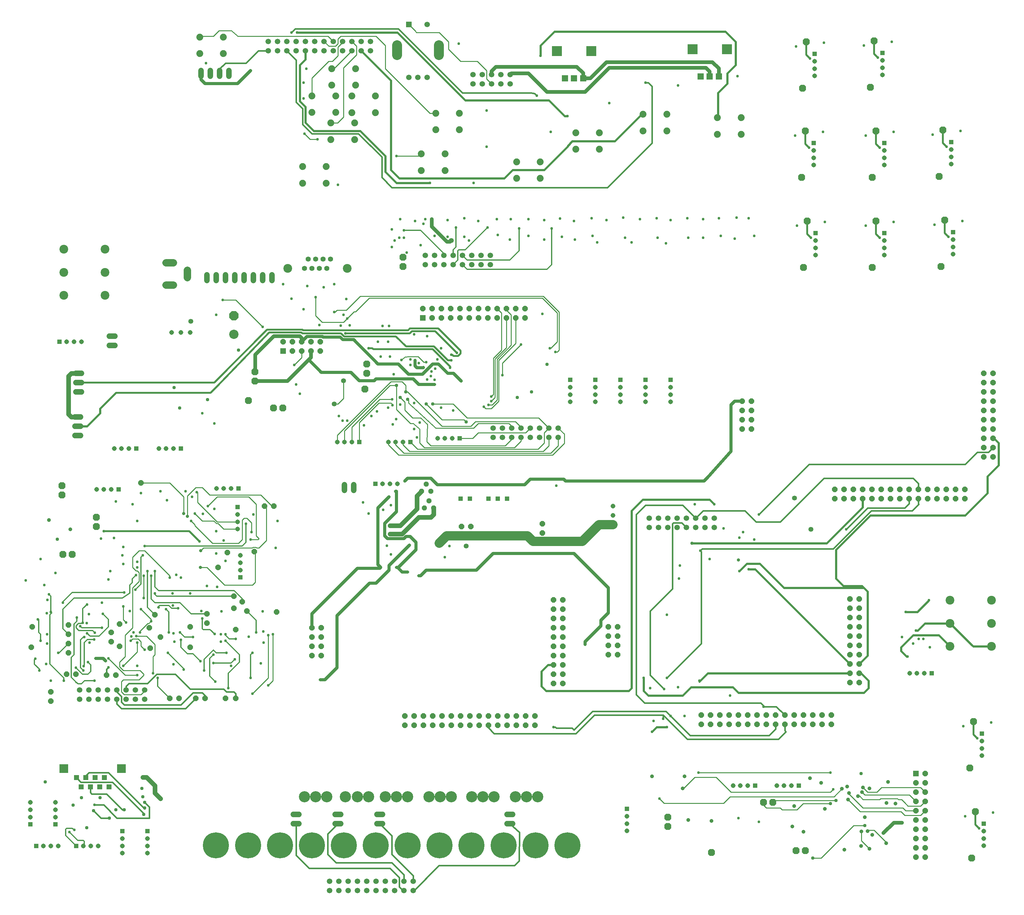
<source format=gbr>
G04 EAGLE Gerber RS-274X export*
G75*
%MOMM*%
%FSLAX34Y34*%
%LPD*%
%INBottom Copper*%
%IPPOS*%
%AMOC8*
5,1,8,0,0,1.08239X$1,22.5*%
G01*
%ADD10P,2.089446X8X202.500000*%
%ADD11P,2.089446X8X22.500000*%
%ADD12R,2.781300X2.781300*%
%ADD13R,1.800000X1.800000*%
%ADD14P,1.649562X8X112.500000*%
%ADD15P,1.649562X8X22.500000*%
%ADD16C,2.400000*%
%ADD17C,1.879600*%
%ADD18R,1.308000X1.308000*%
%ADD19C,1.308000*%
%ADD20P,1.429621X8X22.500000*%
%ADD21C,1.524000*%
%ADD22R,1.397000X1.397000*%
%ADD23R,2.476500X2.476500*%
%ADD24P,1.649562X8X202.500000*%
%ADD25C,1.508000*%
%ADD26C,1.422400*%
%ADD27R,1.508000X1.508000*%
%ADD28C,2.700000*%
%ADD29R,1.524000X1.524000*%
%ADD30C,2.000000*%
%ADD31C,2.540000*%
%ADD32P,2.749271X8X112.500000*%
%ADD33P,1.649562X8X292.500000*%
%ADD34C,0.756400*%
%ADD35C,0.956400*%
%ADD36C,1.056400*%
%ADD37C,0.304800*%
%ADD38C,0.254000*%
%ADD39C,0.508000*%
%ADD40C,1.350000*%
%ADD41C,1.016000*%
%ADD42C,7.112000*%
%ADD43C,1.270000*%
%ADD44C,0.406400*%
%ADD45C,0.609600*%
%ADD46C,0.906400*%
%ADD47C,0.812800*%
%ADD48C,2.540000*%
%ADD49C,0.152400*%
%ADD50C,3.048000*%


D10*
X236220Y1018540D03*
D11*
X236220Y1043940D03*
D12*
X1494955Y2319020D03*
X1588605Y2319020D03*
D13*
X1516780Y2244020D03*
X1541780Y2244020D03*
X1566780Y2244020D03*
D12*
X1865795Y2324100D03*
X1959445Y2324100D03*
D13*
X1887620Y2249100D03*
X1912620Y2249100D03*
X1937620Y2249100D03*
D14*
X850900Y665480D03*
X825500Y665480D03*
X850900Y690880D03*
X825500Y690880D03*
X850900Y716280D03*
X825500Y716280D03*
X850900Y741680D03*
X825500Y741680D03*
X1661160Y668020D03*
X1635760Y668020D03*
X1661160Y693420D03*
X1635760Y693420D03*
X1661160Y718820D03*
X1635760Y718820D03*
X1661160Y744220D03*
X1635760Y744220D03*
X2026920Y1285240D03*
X2001520Y1285240D03*
X2026920Y1310640D03*
X2001520Y1310640D03*
X2026920Y1336040D03*
X2001520Y1336040D03*
X2026920Y1361440D03*
X2001520Y1361440D03*
X1511300Y589280D03*
X1485900Y589280D03*
X1511300Y614680D03*
X1485900Y614680D03*
X1511300Y640080D03*
X1485900Y640080D03*
X1511300Y665480D03*
X1485900Y665480D03*
X1511300Y690880D03*
X1485900Y690880D03*
X1511300Y716280D03*
X1485900Y716280D03*
X1511300Y741680D03*
X1485900Y741680D03*
X1511300Y767080D03*
X1485900Y767080D03*
X1511300Y792480D03*
X1485900Y792480D03*
X1511300Y817880D03*
X1485900Y817880D03*
X2321560Y591820D03*
X2296160Y591820D03*
X2321560Y617220D03*
X2296160Y617220D03*
X2321560Y642620D03*
X2296160Y642620D03*
X2321560Y668020D03*
X2296160Y668020D03*
X2321560Y693420D03*
X2296160Y693420D03*
X2321560Y718820D03*
X2296160Y718820D03*
X2321560Y744220D03*
X2296160Y744220D03*
X2321560Y769620D03*
X2296160Y769620D03*
X2321560Y795020D03*
X2296160Y795020D03*
X2321560Y820420D03*
X2296160Y820420D03*
X2687320Y1209040D03*
X2661920Y1209040D03*
X2687320Y1234440D03*
X2661920Y1234440D03*
X2687320Y1259840D03*
X2661920Y1259840D03*
X2687320Y1285240D03*
X2661920Y1285240D03*
X2687320Y1310640D03*
X2661920Y1310640D03*
X2687320Y1336040D03*
X2661920Y1336040D03*
X2687320Y1361440D03*
X2661920Y1361440D03*
X2687320Y1386840D03*
X2661920Y1386840D03*
X2687320Y1412240D03*
X2661920Y1412240D03*
X2687320Y1437640D03*
X2661920Y1437640D03*
D15*
X1079246Y474472D03*
X1079246Y499872D03*
X1104646Y474472D03*
X1104646Y499872D03*
X1130046Y474472D03*
X1130046Y499872D03*
X1155446Y474472D03*
X1155446Y499872D03*
X1180846Y474472D03*
X1180846Y499872D03*
X1206246Y474472D03*
X1206246Y499872D03*
X1231646Y474472D03*
X1231646Y499872D03*
X1257046Y474472D03*
X1257046Y499872D03*
X1282446Y474472D03*
X1282446Y499872D03*
X1307846Y474472D03*
X1307846Y499872D03*
X1333246Y474472D03*
X1333246Y499872D03*
X1358646Y474472D03*
X1358646Y499872D03*
X1384046Y474472D03*
X1384046Y499872D03*
X1409446Y474472D03*
X1409446Y499872D03*
X1434846Y474472D03*
X1434846Y499872D03*
X1889252Y477266D03*
X1889252Y502666D03*
X1914652Y477266D03*
X1914652Y502666D03*
X1940052Y477266D03*
X1940052Y502666D03*
X1965452Y477266D03*
X1965452Y502666D03*
X1990852Y477266D03*
X1990852Y502666D03*
X2016252Y477266D03*
X2016252Y502666D03*
X2041652Y477266D03*
X2041652Y502666D03*
X2067052Y477266D03*
X2067052Y502666D03*
X2092452Y477266D03*
X2092452Y502666D03*
X2117852Y477266D03*
X2117852Y502666D03*
X2143252Y477266D03*
X2143252Y502666D03*
X2168652Y477266D03*
X2168652Y502666D03*
X2194052Y477266D03*
X2194052Y502666D03*
X2219452Y477266D03*
X2219452Y502666D03*
X2244852Y477266D03*
X2244852Y502666D03*
X2254758Y1094486D03*
X2254758Y1119886D03*
X2280158Y1094486D03*
X2280158Y1119886D03*
X2305558Y1094486D03*
X2305558Y1119886D03*
X2330958Y1094486D03*
X2330958Y1119886D03*
X2356358Y1094486D03*
X2356358Y1119886D03*
X2381758Y1094486D03*
X2381758Y1119886D03*
X2407158Y1094486D03*
X2407158Y1119886D03*
X2432558Y1094486D03*
X2432558Y1119886D03*
X2457958Y1094486D03*
X2457958Y1119886D03*
X2483358Y1094486D03*
X2483358Y1119886D03*
X2508758Y1094486D03*
X2508758Y1119886D03*
X2534158Y1094486D03*
X2534158Y1119886D03*
X2559558Y1094486D03*
X2559558Y1119886D03*
X2584958Y1094486D03*
X2584958Y1119886D03*
X2610358Y1094486D03*
X2610358Y1119886D03*
D16*
X260000Y1713640D03*
X147000Y1713640D03*
X260000Y1776640D03*
X147000Y1776640D03*
X260000Y1650640D03*
X147000Y1650640D03*
D17*
X1384554Y2015744D03*
X1449578Y2015744D03*
X1384554Y1970532D03*
X1449578Y1970532D03*
X1546352Y2095500D03*
X1611376Y2095500D03*
X1546352Y2050288D03*
X1611376Y2050288D03*
X1730756Y2145792D03*
X1795780Y2145792D03*
X1730756Y2100580D03*
X1795780Y2100580D03*
X1933702Y2136394D03*
X1998726Y2136394D03*
X1933702Y2091182D03*
X1998726Y2091182D03*
X879602Y2270506D03*
X944626Y2270506D03*
X879602Y2225294D03*
X944626Y2225294D03*
X876808Y2122170D03*
X941832Y2122170D03*
X876808Y2076958D03*
X941832Y2076958D03*
X934212Y2195576D03*
X999236Y2195576D03*
X934212Y2150364D03*
X999236Y2150364D03*
X825246Y2196084D03*
X890270Y2196084D03*
X825246Y2150872D03*
X890270Y2150872D03*
X799592Y2002536D03*
X864616Y2002536D03*
X799592Y1957324D03*
X864616Y1957324D03*
X1123950Y2037334D03*
X1188974Y2037334D03*
X1123950Y1992122D03*
X1188974Y1992122D03*
X1163574Y2148840D03*
X1228598Y2148840D03*
X1163574Y2103628D03*
X1228598Y2103628D03*
D18*
X1531620Y1419380D03*
D19*
X1531620Y1399380D03*
X1531620Y1379380D03*
X1531620Y1359380D03*
D18*
X1600200Y1419380D03*
D19*
X1600200Y1399380D03*
X1600200Y1379380D03*
X1600200Y1359380D03*
D18*
X1668780Y1419380D03*
D19*
X1668780Y1399380D03*
X1668780Y1379380D03*
X1668780Y1359380D03*
D18*
X1737360Y1419380D03*
D19*
X1737360Y1399380D03*
X1737360Y1379380D03*
X1737360Y1359380D03*
D18*
X1805940Y1419380D03*
D19*
X1805940Y1399380D03*
X1805940Y1379380D03*
X1805940Y1359380D03*
D18*
X1231900Y1094740D03*
X1257300Y1094740D03*
X1308100Y1094740D03*
X1333500Y1094740D03*
X1358900Y1094740D03*
D20*
X1125220Y1115060D03*
X1137920Y1134110D03*
X1150620Y1115060D03*
X1132840Y1069340D03*
X1145540Y1088390D03*
X1158240Y1069340D03*
D21*
X914400Y1117600D02*
X914400Y1132840D01*
X939800Y1132840D02*
X939800Y1117600D01*
D19*
X492760Y1549400D03*
X467360Y1549400D03*
X441960Y1549400D03*
D22*
X181610Y331470D03*
X194310Y306070D03*
X207010Y331470D03*
X219710Y306070D03*
X232410Y331470D03*
X245110Y306070D03*
X257810Y331470D03*
X270510Y306070D03*
D23*
X147320Y356108D03*
X304800Y356108D03*
D15*
X160020Y723900D03*
X160020Y698500D03*
X111760Y541020D03*
X60960Y744220D03*
X58420Y688340D03*
X111760Y566420D03*
X276860Y728980D03*
X276860Y703580D03*
X154940Y614680D03*
X160020Y749300D03*
X160020Y673100D03*
X180340Y614680D03*
X381000Y741680D03*
X383540Y685800D03*
X264160Y612140D03*
X299720Y751840D03*
X299720Y690880D03*
X289560Y612140D03*
X492760Y744220D03*
X492760Y688340D03*
X436880Y548640D03*
X396240Y777240D03*
X411480Y716280D03*
X462280Y548640D03*
X612140Y795020D03*
X617220Y736600D03*
X508000Y548640D03*
X538480Y779780D03*
X538480Y754380D03*
X533400Y548640D03*
X612140Y828040D03*
X728980Y784860D03*
X589280Y548640D03*
X635000Y812800D03*
X647700Y787400D03*
X617220Y548640D03*
D11*
X144780Y942340D03*
X170180Y942340D03*
X142240Y1130300D03*
X142240Y1104900D03*
D18*
X624360Y1122680D03*
D19*
X604360Y1122680D03*
X584360Y1122680D03*
X564360Y1122680D03*
D18*
X629920Y879320D03*
D19*
X629920Y899320D03*
X629920Y919320D03*
X629920Y939320D03*
D18*
X2036600Y309880D03*
D19*
X2016600Y309880D03*
X1996600Y309880D03*
X1976600Y309880D03*
D18*
X2155980Y309880D03*
D19*
X2135980Y309880D03*
X2115980Y309880D03*
X2095980Y309880D03*
D18*
X954560Y1249680D03*
D19*
X934560Y1249680D03*
X914560Y1249680D03*
X894560Y1249680D03*
D18*
X1094260Y1249680D03*
D19*
X1074260Y1249680D03*
X1054260Y1249680D03*
X1034260Y1249680D03*
X1648460Y1023620D03*
X1648460Y1049020D03*
X1648460Y1074420D03*
D15*
X1455420Y1026160D03*
D24*
X1455420Y1000760D03*
D14*
X1234440Y1018540D03*
X1259840Y1018540D03*
D11*
X1798320Y223520D03*
D10*
X1917700Y127000D03*
D11*
X1798320Y198120D03*
X2174240Y132080D03*
X2148840Y132080D03*
D18*
X1686560Y245900D03*
D19*
X1686560Y225900D03*
X1686560Y205900D03*
X1686560Y185900D03*
D25*
X873760Y22860D03*
X873760Y48260D03*
X899160Y22860D03*
X899160Y48260D03*
X924560Y22860D03*
X924560Y48260D03*
X949960Y22860D03*
X949960Y48260D03*
X975360Y22860D03*
X975360Y48260D03*
X1000760Y22860D03*
X1000760Y48260D03*
X1026160Y22860D03*
X1026160Y48260D03*
X1051560Y22860D03*
X1051560Y48260D03*
X1076960Y22860D03*
X1076960Y48260D03*
X1102360Y22860D03*
X1102360Y48260D03*
D21*
X789940Y205740D02*
X774700Y205740D01*
X774700Y231140D02*
X789940Y231140D01*
X889000Y205740D02*
X904240Y205740D01*
X904240Y231140D02*
X889000Y231140D01*
X1358900Y205740D02*
X1374140Y205740D01*
X1374140Y231140D02*
X1358900Y231140D01*
X1018540Y205740D02*
X1003300Y205740D01*
X1003300Y231140D02*
X1018540Y231140D01*
D18*
X296700Y1120140D03*
D19*
X276700Y1120140D03*
X256700Y1120140D03*
X236700Y1120140D03*
D10*
X2085340Y264160D03*
X2059940Y264160D03*
D18*
X466880Y1231900D03*
D19*
X446880Y1231900D03*
X426880Y1231900D03*
X406880Y1231900D03*
D18*
X344960Y1231900D03*
D19*
X324960Y1231900D03*
X304960Y1231900D03*
X284960Y1231900D03*
D11*
X652180Y1363220D03*
X746160Y1342900D03*
X720760Y1342900D03*
X669960Y1416560D03*
X669960Y1441960D03*
D18*
X124460Y203680D03*
D19*
X124460Y223680D03*
X124460Y243680D03*
X124460Y263680D03*
D18*
X71600Y144780D03*
D19*
X91600Y144780D03*
X111600Y144780D03*
X131600Y144780D03*
D18*
X55880Y203680D03*
D19*
X55880Y223680D03*
X55880Y243680D03*
X55880Y263680D03*
D18*
X180820Y144780D03*
D19*
X200820Y144780D03*
X220820Y144780D03*
X240820Y144780D03*
D18*
X307340Y184940D03*
D19*
X307340Y164940D03*
X307340Y144940D03*
X307340Y124940D03*
D18*
X375920Y184940D03*
D19*
X375920Y164940D03*
X375920Y144940D03*
X375920Y124940D03*
D18*
X2199140Y2310920D03*
D19*
X2199140Y2290920D03*
X2199140Y2270920D03*
X2199140Y2250920D03*
D11*
X2166120Y2217420D03*
X2176280Y2344420D03*
D26*
X876440Y1749920D03*
X866240Y1724520D03*
X856040Y1749920D03*
X845840Y1724520D03*
X835640Y1749920D03*
X825440Y1724520D03*
X815240Y1749920D03*
X805040Y1724520D03*
D16*
X921990Y1724520D03*
X759490Y1724520D03*
D17*
X518500Y2357036D03*
X583524Y2357036D03*
X518500Y2311824D03*
X583524Y2311824D03*
D21*
X716280Y1706880D02*
X716280Y1691640D01*
X690880Y1691640D02*
X690880Y1706880D01*
X665480Y1706880D02*
X665480Y1691640D01*
X640080Y1691640D02*
X640080Y1706880D01*
X614680Y1706880D02*
X614680Y1691640D01*
X589280Y1691640D02*
X589280Y1706880D01*
X563880Y1706880D02*
X563880Y1691640D01*
X538480Y1691640D02*
X538480Y1706880D01*
X287020Y1513840D02*
X271780Y1513840D01*
X271780Y1539240D02*
X287020Y1539240D01*
D25*
X985520Y2319720D03*
X985520Y2345120D03*
X960120Y2319720D03*
X960120Y2345120D03*
X934720Y2319720D03*
X934720Y2345120D03*
X909320Y2319720D03*
X909320Y2345120D03*
X883920Y2319720D03*
X883920Y2345120D03*
X858520Y2319720D03*
X858520Y2345120D03*
X833120Y2319720D03*
X833120Y2345120D03*
X807720Y2319720D03*
X807720Y2345120D03*
X782320Y2319720D03*
X782320Y2345120D03*
X756920Y2319720D03*
X756920Y2345120D03*
X731520Y2319720D03*
X731520Y2345120D03*
X706120Y2319720D03*
X706120Y2345120D03*
X1140060Y2391560D03*
D27*
X1090060Y2391560D03*
D25*
X1090060Y2246560D03*
X1115060Y2246560D03*
X1140060Y2246560D03*
D28*
X1058060Y2308060D02*
X1058060Y2335060D01*
X1172060Y2335060D02*
X1172060Y2308060D01*
D25*
X1366980Y2229220D03*
X1366980Y2254620D03*
X1341580Y2229220D03*
X1341580Y2254620D03*
X1316180Y2229220D03*
X1316180Y2254620D03*
X1290780Y2229220D03*
X1290780Y2254620D03*
X1265380Y2229220D03*
X1265380Y2254620D03*
D21*
X522620Y2250420D02*
X522620Y2265660D01*
X548020Y2265660D02*
X548020Y2250420D01*
X573420Y2250420D02*
X573420Y2265660D01*
X598820Y2265660D02*
X598820Y2250420D01*
D29*
X746760Y1498600D03*
D15*
X746760Y1524000D03*
X772160Y1498600D03*
X772160Y1524000D03*
X797560Y1498600D03*
X797560Y1524000D03*
X822960Y1498600D03*
X822960Y1524000D03*
X848360Y1498600D03*
X848360Y1524000D03*
D29*
X1128344Y1589049D03*
D15*
X1128344Y1614449D03*
X1153744Y1589049D03*
X1153744Y1614449D03*
X1179144Y1589049D03*
X1179144Y1614449D03*
X1204544Y1589049D03*
X1204544Y1614449D03*
X1229944Y1589049D03*
X1229944Y1614449D03*
X1255344Y1589049D03*
X1255344Y1614449D03*
X1280744Y1589049D03*
X1280744Y1614449D03*
X1306144Y1589049D03*
X1306144Y1614449D03*
X1331544Y1589049D03*
X1331544Y1614449D03*
X1356944Y1589049D03*
X1356944Y1614449D03*
X1382344Y1589049D03*
X1382344Y1614449D03*
X1407744Y1589049D03*
X1407744Y1614449D03*
D21*
X193040Y1292860D02*
X177800Y1292860D01*
X177800Y1267460D02*
X193040Y1267460D01*
X193040Y1318260D02*
X177800Y1318260D01*
X180340Y1412240D02*
X195580Y1412240D01*
X195580Y1386840D02*
X180340Y1386840D01*
X180340Y1437640D02*
X195580Y1437640D01*
D18*
X2384560Y2313460D03*
D19*
X2384560Y2293460D03*
X2384560Y2273460D03*
X2384560Y2253460D03*
D11*
X2351540Y2219960D03*
X2361700Y2346960D03*
D18*
X2196600Y2067080D03*
D19*
X2196600Y2047080D03*
X2196600Y2027080D03*
X2196600Y2007080D03*
D11*
X2163580Y1973580D03*
X2173740Y2100580D03*
D18*
X2389640Y2067080D03*
D19*
X2389640Y2047080D03*
X2389640Y2027080D03*
X2389640Y2007080D03*
D11*
X2356620Y1973580D03*
X2366780Y2100580D03*
D18*
X2201680Y1820700D03*
D19*
X2201680Y1800700D03*
X2201680Y1780700D03*
X2201680Y1760700D03*
D11*
X2168660Y1727200D03*
X2178820Y1854200D03*
D18*
X2389640Y1820700D03*
D19*
X2389640Y1800700D03*
X2389640Y1780700D03*
X2389640Y1760700D03*
D11*
X2356620Y1727200D03*
X2366780Y1854200D03*
D18*
X2577600Y1823240D03*
D19*
X2577600Y1803240D03*
X2577600Y1783240D03*
X2577600Y1763240D03*
D11*
X2544580Y1729740D03*
X2554740Y1856740D03*
D18*
X2572520Y2069620D03*
D19*
X2572520Y2049620D03*
X2572520Y2029620D03*
X2572520Y2009620D03*
D11*
X2539500Y1976120D03*
X2549660Y2103120D03*
D18*
X2661420Y205260D03*
D19*
X2661420Y185260D03*
X2661420Y165260D03*
X2661420Y145260D03*
D11*
X2628400Y111760D03*
X2638560Y238760D03*
D18*
X2656340Y451640D03*
D19*
X2656340Y431640D03*
X2656340Y411640D03*
X2656340Y391640D03*
D11*
X2623320Y358140D03*
X2633480Y485140D03*
D18*
X622300Y1071400D03*
D19*
X622300Y1051400D03*
X622300Y1031400D03*
X622300Y1011400D03*
D18*
X1228880Y1259840D03*
D19*
X1208880Y1259840D03*
X1188880Y1259840D03*
X1168880Y1259840D03*
D30*
X446880Y1678940D02*
X426880Y1678940D01*
X484880Y1698940D02*
X484880Y1718940D01*
X446880Y1739940D02*
X426880Y1739940D01*
D31*
X612140Y1544320D03*
D32*
X612140Y1595120D03*
D16*
X2569560Y753520D03*
X2682560Y753520D03*
X2569560Y816520D03*
X2682560Y816520D03*
X2569560Y690520D03*
X2682560Y690520D03*
D18*
X135100Y1524000D03*
D19*
X155100Y1524000D03*
X175100Y1524000D03*
X195100Y1524000D03*
D18*
X998700Y1135380D03*
D19*
X1018700Y1135380D03*
X1038700Y1135380D03*
X1058700Y1135380D03*
D18*
X2519200Y617220D03*
D19*
X2499200Y617220D03*
X2479200Y617220D03*
X2459200Y617220D03*
D29*
X2476500Y342900D03*
D33*
X2501900Y342900D03*
X2476500Y317500D03*
X2501900Y317500D03*
X2476500Y292100D03*
X2501900Y292100D03*
X2476500Y266700D03*
X2501900Y266700D03*
X2476500Y241300D03*
X2501900Y241300D03*
X2476500Y215900D03*
X2501900Y215900D03*
X2476500Y190500D03*
X2501900Y190500D03*
X2476500Y165100D03*
X2501900Y165100D03*
X2476500Y139700D03*
X2501900Y139700D03*
X2476500Y114300D03*
X2501900Y114300D03*
D25*
X1747520Y1016000D03*
X1747520Y1041400D03*
X1772920Y1016000D03*
X1772920Y1041400D03*
X1798320Y1016000D03*
X1798320Y1041400D03*
X1823720Y1016000D03*
X1823720Y1041400D03*
X1849120Y1016000D03*
X1849120Y1041400D03*
X1874520Y1016000D03*
X1874520Y1041400D03*
X1899920Y1016000D03*
X1899920Y1041400D03*
X1925320Y1016000D03*
X1925320Y1041400D03*
X1320800Y1262380D03*
X1320800Y1287780D03*
X1346200Y1262380D03*
X1346200Y1287780D03*
X1371600Y1262380D03*
X1371600Y1287780D03*
X1397000Y1262380D03*
X1397000Y1287780D03*
X1422400Y1262380D03*
X1422400Y1287780D03*
X1447800Y1262380D03*
X1447800Y1287780D03*
X1473200Y1262380D03*
X1473200Y1287780D03*
X1498600Y1262380D03*
X1498600Y1287780D03*
D11*
X1074420Y1755140D03*
X1074420Y1729740D03*
D25*
X1313180Y1734820D03*
X1313180Y1760220D03*
X1287780Y1734820D03*
X1287780Y1760220D03*
X1262380Y1734820D03*
X1262380Y1760220D03*
X1236980Y1734820D03*
X1236980Y1760220D03*
X1211580Y1734820D03*
X1211580Y1760220D03*
X1186180Y1734820D03*
X1186180Y1760220D03*
X1160780Y1734820D03*
X1160780Y1760220D03*
X1135380Y1734820D03*
X1135380Y1760220D03*
X190500Y546100D03*
X190500Y571500D03*
X215900Y546100D03*
X215900Y571500D03*
X241300Y546100D03*
X241300Y571500D03*
X266700Y546100D03*
X266700Y571500D03*
X292100Y546100D03*
X292100Y571500D03*
X317500Y546100D03*
X317500Y571500D03*
X342900Y546100D03*
X342900Y571500D03*
X368300Y546100D03*
X368300Y571500D03*
D15*
X568960Y906780D03*
X594360Y947420D03*
X668020Y949960D03*
X695960Y1074420D03*
X721360Y1074420D03*
X358140Y1137920D03*
D11*
X975360Y1463040D03*
X975360Y1437640D03*
X970280Y1394460D03*
D34*
X347980Y906780D03*
X274320Y896620D03*
X93980Y858520D03*
X692432Y731520D03*
X576580Y723900D03*
X447040Y726440D03*
X337820Y728980D03*
X209804Y754479D03*
X101600Y723323D03*
X43180Y871220D03*
D35*
X129179Y983925D03*
D36*
X165100Y1010920D03*
D34*
X284480Y986940D03*
X307485Y939945D03*
X454660Y886460D03*
X467360Y878840D03*
X527272Y1052578D03*
X731520Y1033780D03*
X665480Y1051560D03*
X584200Y980440D03*
X589280Y924560D03*
X566420Y853440D03*
X342900Y845820D03*
D37*
X358140Y861060D01*
X358140Y934720D02*
X363220Y939800D01*
D34*
X363220Y939800D03*
D37*
X358140Y934720D02*
X358140Y861060D01*
D34*
X358140Y1109980D03*
X497840Y1099820D03*
X429311Y1090066D03*
X289560Y1087120D03*
D36*
X106680Y1036320D03*
D34*
X248920Y985520D03*
X309880Y962660D03*
X347980Y922020D03*
X444500Y835688D03*
X492760Y835660D03*
X538480Y855980D03*
X563880Y944880D03*
X563880Y1005840D03*
X558800Y1066800D03*
X480060Y1115060D03*
X411683Y1115136D03*
X335280Y1079500D03*
X347980Y1033780D03*
X726440Y960120D03*
X660400Y1003300D03*
D38*
X660400Y1028700D01*
X647700Y1041400D01*
X640080Y1041400D01*
X635000Y1036320D01*
X635000Y982980D01*
X624840Y972820D02*
X553720Y972820D01*
X505460Y1021080D01*
X505460Y1023620D01*
X495300Y1033780D01*
D34*
X495300Y1033780D03*
D38*
X624840Y972820D02*
X635000Y982980D01*
D34*
X657860Y982980D03*
D38*
X678180Y982980D01*
X680720Y985520D01*
X673100Y993140D01*
X652780Y1099820D02*
X566420Y1099820D01*
X541020Y1074420D01*
D34*
X541020Y1074420D03*
D38*
X673100Y1079500D02*
X673100Y993140D01*
X673100Y1079500D02*
X652780Y1099820D01*
D34*
X645160Y1026160D03*
D37*
X645160Y975360D01*
X635000Y965200D01*
D34*
X368300Y965200D03*
D37*
X635000Y965200D01*
D34*
X269240Y873760D03*
X309982Y916254D03*
X256540Y1005840D03*
D39*
X490220Y1005840D01*
X518160Y977900D01*
D34*
X518160Y977900D03*
D37*
X635000Y821345D02*
X635000Y812800D01*
X396240Y853440D02*
X396240Y896620D01*
D34*
X396240Y896620D03*
D37*
X613065Y843280D02*
X635000Y821345D01*
X613065Y843280D02*
X406400Y843280D01*
X396240Y853440D01*
X495300Y779780D02*
X538480Y779780D01*
X396240Y810260D02*
X386080Y820420D01*
X386080Y883920D01*
D34*
X386080Y883920D03*
D37*
X464820Y810260D02*
X495300Y779780D01*
X464820Y810260D02*
X396240Y810260D01*
X401320Y828040D02*
X612140Y828040D01*
X401320Y828040D02*
X396240Y833120D01*
X396240Y835660D01*
D34*
X396240Y835660D03*
D37*
X344678Y885160D02*
X334518Y875000D01*
X334518Y865378D01*
X327660Y858520D01*
X327660Y835891D01*
X307340Y822960D01*
X175260Y822960D01*
X144780Y792480D01*
X144780Y739140D01*
X160020Y723900D01*
D34*
X344678Y885160D03*
X312420Y838200D03*
D37*
X170180Y838200D01*
X144780Y812800D01*
X144780Y810260D01*
D34*
X144780Y810260D03*
X365760Y822960D03*
X365760Y883920D03*
D38*
X365760Y822960D01*
D37*
X375920Y797560D02*
X396240Y777240D01*
D34*
X375920Y896620D03*
D37*
X375920Y797560D01*
D34*
X2034540Y1813560D03*
X1986280Y1862993D03*
X1943100Y1813560D03*
X1894840Y1859280D03*
X1854200Y1808480D03*
X1805940Y1856740D03*
X1770380Y1808480D03*
X1722120Y1859280D03*
X1681480Y1808480D03*
X1630680Y1856740D03*
X1592580Y1813560D03*
X1541780Y1854200D03*
X1508760Y1811020D03*
X1460500Y1856740D03*
X1417320Y1813560D03*
X1369060Y1859280D03*
X1333500Y1816100D03*
X1280160Y1854200D03*
X1242060Y1811020D03*
X1196340Y1856740D03*
X1160780Y1813560D03*
X1107440Y1854200D03*
X1064260Y1808480D03*
X1043940Y1831340D03*
X1122680Y1788160D03*
X1084580Y1767840D03*
X1981200Y1805940D03*
X1894840Y1808480D03*
X1793240Y1793240D03*
X1699260Y1795780D03*
X1605280Y1795780D03*
X1544320Y1803400D03*
X1460500Y1803400D03*
X1366520Y1803400D03*
X1254760Y1800860D03*
X1196340Y1811020D03*
X1076960Y1808480D03*
X1043940Y1783080D03*
X1051560Y1800860D03*
X2019300Y1861820D03*
X1938020Y1861820D03*
X1851660Y1861820D03*
X1767840Y1861820D03*
X1676400Y1862993D03*
X1590040Y1861820D03*
X1503680Y1860453D03*
X1417320Y1859280D03*
X1330960Y1859280D03*
X1242060Y1861820D03*
X1153160Y1859280D03*
X1066800Y1859280D03*
X1130300Y1846580D03*
X1135380Y1859280D03*
D40*
X1206500Y1800742D03*
D41*
X1203090Y1797332D01*
X1194262Y1797332D01*
X1153160Y1838434D01*
X1153160Y1859280D01*
D42*
X563245Y146368D03*
X650558Y146368D03*
X737870Y146368D03*
X825183Y146368D03*
X912495Y146368D03*
X999808Y146368D03*
X1087120Y146368D03*
X1174433Y146368D03*
X1261745Y146368D03*
X1349058Y146368D03*
X1436370Y146368D03*
X1523683Y146368D03*
D34*
X965200Y1084580D03*
X1188720Y934720D03*
X1041400Y1076960D03*
X1030565Y965608D03*
X1041400Y942340D03*
X1019948Y1064260D03*
X1038860Y1021080D03*
D43*
X1066800Y1021080D01*
X1112520Y1102360D02*
X1125220Y1115060D01*
X1112520Y1066800D02*
X1066800Y1021080D01*
X1112520Y1066800D02*
X1112520Y1102360D01*
X1117600Y1043940D02*
X1150620Y1043940D01*
X1158240Y1051560D02*
X1158240Y1069340D01*
X1158240Y1051560D02*
X1150620Y1043940D01*
X1117600Y1043940D02*
X1071880Y998220D01*
D34*
X1038860Y998220D03*
D43*
X1071880Y998220D01*
D44*
X2092452Y477266D02*
X2092452Y464312D01*
X2075180Y447040D01*
X1859280Y447040D01*
X1805940Y500380D01*
X1793240Y513080D01*
X1592580Y513080D01*
X1541780Y462280D01*
X1536700Y467360D01*
X1493520Y467360D01*
X1490980Y469900D01*
X1485900Y469900D01*
D34*
X1485900Y469900D03*
D44*
X1813560Y1028700D02*
X1836420Y1028700D01*
X1813560Y1028700D02*
X1811020Y1026160D01*
X1811020Y848360D02*
X1750060Y787400D01*
X1750060Y612140D01*
X1788160Y574040D01*
D34*
X1788160Y574040D03*
X1805940Y500380D03*
D44*
X1811020Y848360D02*
X1811020Y1026160D01*
X2457958Y1081278D02*
X2457958Y1094486D01*
X2457958Y1081278D02*
X2446020Y1069340D01*
X2344420Y1069340D01*
X2286000Y1010920D01*
D34*
X2286000Y1010920D03*
D44*
X1849120Y1016000D02*
X1836420Y1028700D01*
X1307846Y474472D02*
X1307846Y467614D01*
X1323340Y452120D01*
X1546860Y452120D01*
X1597660Y502920D01*
X1785620Y502920D01*
X1851660Y436880D01*
X2100580Y436880D01*
X2120900Y457200D01*
X2117852Y460248D01*
X2117852Y477266D01*
X1785620Y492760D02*
X1785620Y502920D01*
D34*
X1785620Y492760D03*
X1795780Y604520D03*
D44*
X1889760Y698500D01*
X1889760Y949960D01*
X1887220Y952500D01*
D34*
X1887220Y952500D03*
D44*
X2483358Y1080262D02*
X2483358Y1094486D01*
X2483358Y1080262D02*
X2484120Y1079500D01*
X2466340Y1061720D01*
X2354323Y1061720D02*
X2250183Y957580D01*
X2354323Y1061720D02*
X2466340Y1061720D01*
X1892300Y957580D02*
X1887220Y952500D01*
X1892300Y957580D02*
X2250183Y957580D01*
D34*
X2059940Y525780D03*
D44*
X2062480Y525780D01*
X2094738Y525780D01*
X2117852Y502666D01*
X1831340Y1076960D02*
X1737360Y1076960D01*
X1711960Y1051560D01*
X1711960Y558800D01*
X1734820Y535940D01*
X2052320Y535940D01*
X2062480Y525780D01*
X2039620Y1031240D02*
X2009140Y1061720D01*
X2039620Y1031240D02*
X2105660Y1031240D01*
X2225040Y1150620D02*
X2468880Y1150620D01*
X2483358Y1136142D01*
X2483358Y1119886D01*
X2009140Y1061720D02*
X1894840Y1061720D01*
X2105660Y1031240D02*
X2225040Y1150620D01*
X1894840Y1061720D02*
X1874520Y1041400D01*
X1838960Y1076960D02*
X1831340Y1076960D01*
X1838960Y1076960D02*
X1874520Y1041400D01*
D45*
X1485900Y640080D02*
X1470660Y640080D01*
X1452880Y622300D01*
X1452880Y581660D01*
X1691640Y568960D02*
X1699260Y576580D01*
X1699260Y1061720D01*
D34*
X1925320Y1079500D03*
D45*
X1452880Y581660D02*
X1465580Y568960D01*
X1691640Y568960D01*
X1699260Y1061720D02*
X1729740Y1092200D01*
X1912620Y1092200D02*
X1925320Y1079500D01*
X1912620Y1092200D02*
X1729740Y1092200D01*
X2037080Y901700D02*
X2296160Y642620D01*
X2037080Y901700D02*
X2019300Y901700D01*
D34*
X2019300Y901700D03*
X1993900Y988060D03*
X1828800Y876300D03*
X1993900Y896620D03*
D45*
X2321560Y642620D02*
X2344420Y665480D01*
X2344420Y840740D01*
X2334260Y850900D02*
X2115820Y850900D01*
X2049780Y916940D01*
X2014220Y916940D01*
X1993900Y896620D01*
X2334260Y850900D02*
X2344420Y840740D01*
X2334260Y850900D02*
X2329180Y855980D01*
X2278380Y855980D01*
X2258060Y876300D01*
X2258060Y955040D02*
X2352040Y1049020D01*
X2611120Y1049020D01*
X2258060Y955040D02*
X2258060Y876300D01*
X2611120Y1049020D02*
X2672080Y1109980D01*
X2672080Y1155700D02*
X2702560Y1186180D01*
X2702560Y1247140D01*
X2689860Y1259840D01*
X2687320Y1259840D01*
X2672080Y1155700D02*
X2672080Y1109980D01*
D34*
X1795780Y777240D03*
X1871980Y1079500D03*
D45*
X1907540Y617220D02*
X2296160Y617220D01*
X1907540Y617220D02*
X1884680Y594360D01*
X1884680Y596900D01*
D34*
X1884680Y596900D03*
X1831340Y911860D03*
X1912620Y929640D03*
D45*
X2321560Y617220D02*
X2326640Y617220D01*
X2346960Y596900D01*
X2346960Y576580D01*
X2334260Y563880D01*
X1991360Y563880D01*
X1976120Y579120D01*
X1861820Y579120D01*
X1838960Y556260D01*
X1744980Y556260D01*
X1732280Y568960D01*
X1732280Y604520D01*
D34*
X1732280Y604520D03*
D44*
X2674495Y1221615D02*
X2687320Y1234440D01*
X2674495Y1221615D02*
X2644265Y1221740D01*
X2611245Y1188720D01*
X2184400Y1188720D01*
D34*
X2047240Y1051560D03*
X2034540Y982980D03*
D44*
X2047240Y1051560D02*
X2184400Y1188720D01*
D34*
X1968500Y556260D03*
X2004060Y1003300D03*
X1950720Y1013460D03*
X1750060Y576580D03*
X1758950Y486410D03*
X1755140Y457200D03*
D45*
X1767840Y469900D01*
X1795780Y469900D01*
D34*
X1795780Y469900D03*
X1826260Y579120D03*
X1844040Y500380D03*
D45*
X2330958Y1071118D02*
X2330958Y1094486D01*
X2330958Y1071118D02*
X2232660Y972820D01*
D46*
X1864360Y972820D03*
D45*
X2232660Y972820D01*
D34*
X1480820Y1833880D03*
D37*
X1480820Y1734820D01*
X1468120Y1722120D01*
X1249680Y1722120D01*
X1236980Y1734820D01*
D34*
X1391920Y1833880D03*
D37*
X1391920Y1772920D01*
X1366520Y1747520D01*
X1249680Y1747520D01*
X1236980Y1760220D01*
D34*
X1305560Y1836420D03*
D37*
X1244600Y1775460D01*
X1226820Y1775460D01*
X1224280Y1772920D01*
X1224280Y1747520D02*
X1211580Y1734820D01*
X1224280Y1747520D02*
X1224280Y1772920D01*
D34*
X1219200Y1836420D03*
D37*
X1219200Y1783080D01*
X1211580Y1775460D01*
X1211580Y1760220D01*
D34*
X1076960Y1828800D03*
D37*
X1122680Y1828800D01*
X1186180Y1765300D01*
X1186180Y1760220D01*
D34*
X269240Y632940D03*
D44*
X264160Y627860D01*
X264160Y612140D01*
D37*
X403860Y581660D02*
X436880Y548640D01*
X403860Y581660D02*
X403860Y604520D01*
D34*
X403860Y604520D03*
D44*
X304800Y553720D02*
X292100Y566420D01*
X292100Y571500D01*
X304800Y538480D02*
X312420Y530860D01*
X467360Y530860D01*
X500380Y563880D02*
X525780Y563880D01*
X533400Y556260D01*
X533400Y548640D01*
X304800Y553720D02*
X304800Y538480D01*
X467360Y530860D02*
X500380Y563880D01*
X317500Y571500D02*
X317500Y581660D01*
X325120Y589280D01*
X375920Y589280D02*
X401320Y614680D01*
X452120Y614680D01*
X584200Y574040D02*
X591820Y566420D01*
X612140Y566420D01*
X617220Y561340D01*
X617220Y548640D01*
X375920Y589280D02*
X325120Y589280D01*
X452120Y614680D02*
X492760Y574040D01*
X584200Y574040D01*
D34*
X436880Y878840D03*
D38*
X436880Y883920D01*
X368300Y952500D01*
X353060Y952500D01*
X335280Y934720D01*
X335280Y906780D01*
X344482Y897578D01*
X347718Y897578D01*
X353060Y892236D01*
X353060Y868680D01*
X334998Y850618D01*
X334998Y741398D01*
X314960Y721360D02*
X314960Y662940D01*
X314960Y721360D02*
X334998Y741398D01*
X314960Y662940D02*
X299720Y647700D01*
X299720Y635000D01*
X309880Y624840D01*
X355600Y624840D01*
X365760Y614680D01*
X365760Y612140D01*
X353060Y599440D01*
X309880Y599440D01*
X304800Y594360D01*
X304800Y566420D02*
X312420Y558800D01*
X358140Y558800D01*
X368300Y568960D01*
X368300Y571500D01*
X304800Y566420D02*
X304800Y594360D01*
D44*
X292100Y533400D02*
X304800Y520700D01*
X480060Y520700D01*
X508000Y548640D01*
X292100Y546100D02*
X292100Y533400D01*
D34*
X83820Y929640D03*
X331361Y717659D03*
X693420Y701040D03*
X576580Y703580D03*
X449580Y703580D03*
X217198Y701040D03*
X101628Y698500D03*
X69562Y656878D03*
D37*
X67022Y654338D01*
X67022Y641638D01*
X80160Y628500D02*
X80160Y624840D01*
X80160Y628500D02*
X67022Y641638D01*
D34*
X80160Y624840D03*
X99060Y642620D03*
X124460Y891540D03*
X111760Y596900D03*
X100261Y781340D03*
X102008Y817514D03*
X251460Y810260D03*
X215721Y778943D03*
X327660Y787400D03*
X347980Y637540D03*
X447040Y641740D03*
X445049Y802668D03*
X578206Y785978D03*
X603971Y637568D03*
X685876Y643687D03*
X690778Y786359D03*
X652540Y717160D03*
X261544Y651078D03*
X234569Y657606D03*
X523240Y787400D03*
D47*
X255016Y657606D02*
X234569Y657606D01*
X255016Y657606D02*
X261544Y651078D01*
D34*
X132080Y673100D03*
D37*
X134620Y673100D01*
X160020Y698500D01*
D34*
X147320Y596900D03*
D37*
X147320Y604520D01*
X109220Y642620D01*
X109220Y777240D01*
X114300Y782320D01*
D34*
X111760Y784860D03*
D37*
X114300Y782320D01*
X111760Y828040D02*
X106680Y833120D01*
X111760Y828040D02*
X111760Y784860D01*
D34*
X106680Y833120D03*
X76200Y764540D03*
D37*
X78740Y764540D01*
X78740Y728980D01*
X83820Y723900D01*
X83820Y706120D01*
D34*
X83820Y706120D03*
X180340Y632460D03*
D37*
X198120Y614680D01*
X213360Y614680D01*
X220980Y622300D01*
X220980Y640080D01*
X213360Y647700D01*
D34*
X213360Y647700D03*
X200660Y624840D03*
D37*
X193040Y632460D02*
X193040Y708660D01*
X193040Y632460D02*
X200660Y624840D01*
X200660Y716280D02*
X203200Y716280D01*
X200660Y716280D02*
X193040Y708660D01*
D34*
X203200Y716280D03*
X201168Y636270D03*
D37*
X203200Y638302D02*
X203200Y701040D01*
X203200Y638302D02*
X201168Y636270D01*
X211633Y709473D02*
X229921Y709473D01*
X211633Y709473D02*
X203200Y701040D01*
D34*
X229921Y709473D03*
X231140Y596900D03*
D37*
X204125Y596900D01*
X185766Y588010D02*
X181956Y591820D01*
X180340Y591820D01*
X195235Y588010D02*
X204125Y596900D01*
X195235Y588010D02*
X185766Y588010D01*
X180340Y593436D02*
X167640Y606136D01*
X167640Y660400D01*
X175260Y668020D01*
X175260Y751840D01*
X180340Y593436D02*
X180340Y591820D01*
X175260Y751840D02*
X182880Y759460D01*
X182880Y769620D01*
D34*
X182880Y769620D03*
X210820Y805180D03*
D37*
X199136Y793496D01*
X199136Y754634D01*
X198374Y753364D01*
X196596Y753336D01*
D34*
X199136Y754634D03*
X232197Y727775D03*
D37*
X196596Y753336D02*
X187170Y753336D01*
X180594Y746760D01*
X180594Y741426D01*
X187960Y734060D01*
X225911Y734060D01*
X232197Y727775D01*
D34*
X254000Y779780D03*
D37*
X269240Y764540D01*
X269240Y743915D01*
X243831Y718506D01*
X218754Y718506D01*
X210931Y726329D01*
D34*
X210931Y726329D03*
X251460Y741680D03*
D37*
X195834Y741680D01*
X191770Y745744D01*
D34*
X191770Y745744D03*
X368300Y681510D03*
D38*
X358140Y691670D01*
X358140Y703580D01*
X350520Y711200D01*
X335280Y711200D01*
X330200Y706120D01*
D34*
X330200Y706120D03*
X347980Y701040D03*
D38*
X347980Y675640D01*
X309880Y637540D01*
D34*
X309880Y637540D03*
X269240Y657860D03*
D38*
X314960Y612140D01*
X347980Y612140D01*
D34*
X347980Y612140D03*
X391160Y617220D03*
D38*
X391160Y662940D01*
X396240Y668020D01*
X396240Y695960D01*
X373380Y718820D02*
X345440Y718820D01*
D34*
X345440Y718820D03*
D38*
X373380Y718820D02*
X396240Y695960D01*
D34*
X386080Y759460D03*
D38*
X379476Y752856D01*
X376371Y752856D01*
X355600Y732085D01*
X355600Y728980D01*
D34*
X355600Y728980D03*
X358140Y792480D03*
D38*
X386080Y764540D01*
X386080Y759460D01*
D34*
X431800Y673100D03*
D37*
X474980Y629920D01*
X474980Y627380D01*
D34*
X474980Y627380D03*
X520700Y650240D03*
D37*
X500380Y670560D01*
X485140Y670560D01*
X467360Y688340D01*
X467360Y708660D01*
D34*
X467360Y708660D03*
X500380Y716280D03*
D37*
X477520Y716280D01*
X464820Y728980D01*
D34*
X464820Y728980D03*
X426720Y792480D03*
D37*
X434340Y784860D01*
X434340Y728980D01*
D34*
X434340Y728980D03*
X459740Y795020D03*
D37*
X441960Y795020D01*
X434340Y802640D01*
X408940Y802640D01*
X403860Y797560D01*
X406400Y797560D01*
D34*
X406400Y797560D03*
X556260Y668020D03*
D37*
X546100Y657860D01*
X546100Y609600D01*
X561340Y594360D01*
D34*
X561340Y594360D03*
X530860Y624840D03*
D37*
X530860Y655320D01*
X556260Y680720D01*
X563880Y673100D01*
X591820Y673100D01*
X591693Y672973D01*
D34*
X591693Y672973D03*
X614680Y655320D03*
D37*
X604520Y645160D01*
D34*
X556260Y645160D03*
D37*
X604520Y645160D01*
D34*
X596900Y576580D03*
D37*
X596900Y617220D01*
X627380Y647700D01*
X627380Y668020D01*
D34*
X589280Y706120D03*
D37*
X627380Y668020D01*
D34*
X617220Y711200D03*
D37*
X599440Y711200D01*
X589280Y721360D01*
X589280Y723900D01*
D34*
X589280Y723900D03*
X559272Y724154D03*
D37*
X546826Y736600D01*
X528320Y736600D01*
X525780Y739140D01*
X525780Y764540D01*
X525671Y764649D01*
X525671Y766971D01*
D34*
X525671Y766971D03*
X657860Y604520D03*
D37*
X657860Y668020D01*
X662940Y673100D01*
X662912Y673100D01*
D34*
X662912Y673100D03*
X706120Y721360D03*
D38*
X706120Y604520D01*
X662940Y561340D01*
D34*
X662940Y561340D03*
X718820Y723900D03*
D38*
X718820Y596900D01*
X706120Y584200D01*
D34*
X706120Y584200D03*
X317500Y755782D03*
D38*
X309880Y763402D01*
X309880Y800100D01*
D34*
X309880Y800100D03*
X673100Y728980D03*
D37*
X673100Y762000D01*
X647700Y787400D01*
D35*
X448980Y1398780D03*
X464220Y1342900D03*
X624840Y1501140D03*
X1425880Y1386650D03*
X1468120Y1462322D03*
D34*
X792480Y1381760D03*
X1104900Y1356360D03*
X1104900Y1285240D03*
X1112520Y1262380D03*
X1211580Y1336040D03*
X1178560Y1506220D03*
X1140460Y1539240D03*
X1104900Y1544320D03*
X1013460Y1483360D03*
X1049020Y1435100D03*
X1003300Y1333500D03*
X1160780Y1419860D03*
X1117722Y1465580D03*
X967740Y1295400D03*
X812800Y1676400D03*
X802640Y1612900D03*
X563880Y1597660D03*
X1201420Y965200D03*
D40*
X2189480Y1010920D03*
X2144685Y1096355D03*
X1173480Y972820D03*
D48*
X1193800Y993140D01*
X1414780Y993140D02*
X1430020Y977900D01*
X1564640Y977900D01*
X1610360Y1023620D02*
X1648460Y1023620D01*
X1414780Y993140D02*
X1193800Y993140D01*
X1564640Y977900D02*
X1610360Y1023620D01*
D36*
X1854200Y215900D03*
X1844040Y335280D03*
X2217420Y317500D03*
X2349500Y302260D03*
X2395474Y261926D03*
X2357120Y175260D03*
X2169160Y183336D03*
X2227580Y246380D03*
X1755140Y335280D03*
X2186940Y330200D03*
X2288540Y307340D03*
X2400300Y320040D03*
X2420061Y260425D03*
X2387600Y180002D03*
X2143760Y254000D03*
X2438400Y208280D03*
D41*
X2415878Y208280D01*
X2387600Y180002D01*
D36*
X2336800Y223520D03*
X1917700Y213360D03*
D34*
X1991360Y220980D03*
D35*
X2326437Y342900D03*
D36*
X2281058Y134504D03*
X2138680Y198120D03*
D34*
X2047240Y210820D03*
D36*
X2326640Y144780D03*
D38*
X1871980Y332740D02*
X1841500Y302260D01*
X1838960Y302260D01*
D36*
X1838960Y302260D03*
D34*
X2250440Y299720D03*
D38*
X2242820Y292100D01*
X1930400Y332740D02*
X1871980Y332740D01*
X1971040Y292100D02*
X2242820Y292100D01*
X1971040Y292100D02*
X1930400Y332740D01*
D36*
X2274368Y300799D03*
D38*
X2252969Y279400D01*
X1968500Y279400D02*
X1950720Y261620D01*
X1788160Y261620D01*
D34*
X1775460Y274320D03*
D38*
X1968500Y279400D02*
X2252969Y279400D01*
X1788160Y261620D02*
X1775460Y274320D01*
D36*
X2349500Y137160D03*
D38*
X2327656Y159004D01*
D36*
X2327656Y184658D03*
D38*
X2327656Y159004D01*
D36*
X2395220Y152400D03*
D38*
X2395220Y154940D01*
X2362200Y187960D01*
X2346960Y187960D01*
X2344420Y185420D01*
D36*
X2344420Y185420D03*
D34*
X2242820Y345440D03*
D38*
X1882140Y345440D01*
D34*
X1882140Y345440D03*
D36*
X2331720Y304800D03*
D38*
X2344420Y292100D01*
X2369820Y292100D02*
X2382520Y304800D01*
X2489200Y304800D01*
X2369820Y292100D02*
X2344420Y292100D01*
X2489200Y304800D02*
X2501900Y292100D01*
D36*
X2329180Y291950D03*
D38*
X2329330Y291950D01*
X2336800Y284480D01*
X2458720Y284480D01*
X2476500Y266700D01*
D36*
X2318258Y280416D03*
D38*
X2323084Y280416D01*
X2331720Y271780D01*
X2377440Y271780D01*
X2379980Y274320D01*
X2425700Y274320D01*
X2428524Y271496D01*
X2437384Y271496D01*
X2446528Y262128D01*
X2454656Y254000D01*
X2489200Y254000D01*
X2501900Y266700D01*
D36*
X2293620Y289560D03*
D38*
X2293620Y287020D01*
X2331720Y248920D01*
X2440940Y248920D02*
X2448560Y241300D01*
X2440940Y248920D02*
X2331720Y248920D01*
X2448560Y241300D02*
X2476500Y241300D01*
X2446020Y228600D02*
X2435860Y238760D01*
X2324100Y238760D01*
D36*
X2291080Y271780D03*
D38*
X2446020Y228600D02*
X2489200Y228600D01*
X2324100Y238760D02*
X2291080Y271780D01*
X2489200Y228600D02*
X2501900Y241300D01*
D44*
X1172464Y91440D02*
X1169391Y87599D01*
X1172464Y91440D02*
X1379220Y91440D01*
X1391920Y104140D01*
X1392174Y181356D01*
X1366520Y205740D01*
X1104652Y22860D02*
X1102360Y22860D01*
X1104652Y22860D02*
X1169391Y87599D01*
D35*
X2336800Y200660D03*
D38*
X2306320Y200660D01*
X2217420Y111760D02*
X2194560Y111760D01*
D35*
X2194560Y111760D03*
D38*
X2217420Y111760D02*
X2306320Y200660D01*
D44*
X1043940Y172720D02*
X1043940Y121920D01*
X1043940Y172720D02*
X1010920Y205740D01*
X1102360Y63500D02*
X1102360Y48260D01*
X1102360Y63500D02*
X1043940Y121920D01*
X891540Y99060D02*
X868680Y121920D01*
X868680Y177800D01*
X896620Y205740D01*
X891540Y99060D02*
X1043940Y99060D01*
X1076960Y66040D02*
X1076960Y48260D01*
X1076960Y66040D02*
X1043940Y99060D01*
X1038860Y83820D02*
X817880Y83820D01*
X782320Y119380D01*
X782320Y205740D01*
X1064260Y58420D02*
X1064260Y33020D01*
X1074420Y22860D01*
X1076960Y22860D01*
X1064260Y58420D02*
X1038860Y83820D01*
D35*
X2258060Y269240D03*
D38*
X2090420Y269240D01*
X2085340Y264160D01*
D35*
X2242820Y260902D03*
D38*
X2168442Y260902D01*
X2151380Y243840D01*
X2110740Y243840D01*
X2105660Y248920D01*
X2067560Y248920D01*
X2059940Y256540D01*
X2059940Y264160D01*
D35*
X1386840Y1371600D03*
D34*
X525780Y1328420D03*
X845820Y1569720D03*
X911860Y1597660D03*
X782320Y1407160D03*
X1033780Y1343660D03*
X1120140Y1303020D03*
X1455420Y1600200D03*
X1168400Y1475740D03*
X1107440Y1473200D03*
X1038860Y1483360D03*
X1178560Y1343660D03*
X1130300Y1452880D03*
D47*
X1107440Y1457960D02*
X1107440Y1473200D01*
X1112520Y1452880D02*
X1129376Y1452880D01*
X1129838Y1453342D01*
X1112520Y1452880D02*
X1107440Y1457960D01*
D49*
X1129376Y1452880D02*
X1130300Y1452880D01*
D41*
X758700Y1416560D02*
X669960Y1416560D01*
X758700Y1416560D02*
X816610Y1474470D01*
X822960Y1480820D01*
D34*
X1160780Y1407160D03*
D47*
X1117600Y1407160D01*
X1102360Y1422400D01*
X1000760Y1422400D01*
X995680Y1417320D01*
X955040Y1417320D01*
X932180Y1440180D01*
X850900Y1440180D01*
X816610Y1474470D01*
D41*
X822960Y1480820D02*
X822960Y1498600D01*
X797560Y1524000D02*
X797560Y1534160D01*
X670560Y1488440D02*
X670560Y1445260D01*
X669960Y1444660D01*
X669960Y1441960D01*
X792480Y1539240D02*
X797560Y1534160D01*
X792480Y1539240D02*
X721360Y1539240D01*
X670560Y1488440D01*
D34*
X1233170Y1416050D03*
D43*
X187960Y1437640D02*
X167640Y1437640D01*
X160020Y1430020D01*
X160020Y1325880D01*
X167640Y1318260D02*
X185420Y1318260D01*
X167640Y1318260D02*
X160020Y1325880D01*
D34*
X558800Y1300480D03*
D47*
X854147Y1537970D02*
X855417Y1536700D01*
X854147Y1537970D02*
X811530Y1537970D01*
X797560Y1524000D01*
X902354Y1536700D02*
X909692Y1529362D01*
X939518Y1529362D01*
X902354Y1536700D02*
X855417Y1536700D01*
X1211990Y1437230D02*
X1233170Y1416050D01*
X1211990Y1437230D02*
X1196595Y1437230D01*
X1170785Y1463040D01*
X1061720Y1463040D02*
X1005840Y1463040D01*
X1061720Y1463040D02*
X1089660Y1435100D01*
X1127760Y1435100D01*
X1155700Y1463040D01*
X1170785Y1463040D01*
X1005840Y1463040D02*
X939518Y1529362D01*
D40*
X911860Y1417320D03*
D38*
X911860Y1369060D01*
X896620Y1353820D01*
X886460Y1353820D01*
D40*
X886460Y1353820D03*
X1247140Y965200D03*
D35*
X540420Y1365760D03*
D34*
X746760Y1681480D03*
X769620Y1641828D03*
X886460Y1681480D03*
X919480Y1640840D03*
X857250Y1672590D03*
X175548Y188248D03*
D37*
X173325Y190472D02*
X170180Y193040D01*
X154940Y193040D01*
X152428Y190528D01*
X173325Y190472D02*
X175548Y188248D01*
X152428Y190528D02*
X152428Y173172D01*
X180820Y144780D01*
D34*
X162560Y182880D03*
D37*
X185420Y160020D01*
X200660Y160020D01*
X203200Y157480D01*
X203200Y147160D02*
X200820Y144780D01*
X203200Y147160D02*
X203200Y157480D01*
D35*
X289440Y243960D03*
X172805Y256625D03*
X209848Y194783D03*
X96520Y320040D03*
X363220Y279400D03*
X246380Y276860D03*
X195580Y276860D03*
X360680Y302260D03*
D34*
X230830Y256910D03*
D35*
X368300Y264160D03*
D44*
X381000Y251460D01*
X381000Y220980D02*
X292160Y220980D01*
X256230Y256910D01*
X230830Y256910D01*
X381000Y251460D02*
X381000Y220980D01*
D34*
X2224540Y2341880D03*
X2148340Y2331720D03*
X2186440Y2298700D03*
D39*
X2176280Y2308860D01*
X2176280Y2344420D01*
D35*
X365760Y231140D03*
D44*
X194056Y319024D02*
X181610Y331470D01*
X365760Y233680D02*
X365760Y231140D01*
X365760Y233680D02*
X280416Y319024D01*
X194056Y319024D01*
D35*
X368300Y248920D03*
D44*
X368300Y246380D01*
X269240Y345440D01*
X215900Y345440D01*
X207010Y336550D02*
X207010Y331470D01*
X207010Y336550D02*
X215900Y345440D01*
D35*
X312420Y243840D03*
D44*
X307340Y243840D01*
X264160Y287020D02*
X223520Y287020D01*
X219710Y290830D01*
X219710Y306070D01*
X264160Y287020D02*
X307340Y243840D01*
D35*
X271780Y220980D03*
D44*
X248920Y220980D02*
X228600Y241300D01*
D35*
X228600Y241300D03*
D44*
X248920Y220980D02*
X271780Y220980D01*
D35*
X363220Y332740D03*
X411480Y274320D03*
D43*
X396240Y289560D01*
X396240Y309880D01*
X373380Y332740D01*
X363220Y332740D01*
D49*
X194310Y306070D02*
X191179Y306070D01*
D40*
X494540Y1579880D03*
D38*
X1264920Y1259840D02*
X1280160Y1275080D01*
X1264920Y1259840D02*
X1228880Y1259840D01*
X1280160Y1275080D02*
X1409700Y1275080D01*
X1422400Y1287780D01*
X1077120Y1219200D02*
X1054260Y1242060D01*
X1054260Y1249680D01*
X1077120Y1219200D02*
X1478280Y1219200D01*
X1498600Y1239520D02*
X1498600Y1262380D01*
X1498600Y1239520D02*
X1478280Y1219200D01*
X1062200Y1214120D02*
X1034260Y1242060D01*
X1034260Y1249680D01*
X1062200Y1214120D02*
X1483360Y1214120D01*
X1515110Y1245870D01*
X1515110Y1271270D02*
X1498600Y1287780D01*
X1515110Y1271270D02*
X1515110Y1245870D01*
D35*
X1155700Y1353820D03*
D38*
X1211580Y1353820D01*
X1249680Y1315720D01*
X1445260Y1315720D01*
X1473200Y1287780D01*
X1442974Y1229614D02*
X1114326Y1229614D01*
X1094260Y1249680D01*
X1442974Y1229614D02*
X1460500Y1247140D01*
X1460500Y1275080D01*
X1473200Y1287780D01*
X1092040Y1224280D02*
X1074260Y1242060D01*
X1074260Y1249680D01*
X1092040Y1224280D02*
X1457960Y1224280D01*
X1473200Y1239520D02*
X1473200Y1262380D01*
X1473200Y1239520D02*
X1457960Y1224280D01*
D35*
X1056640Y1404620D03*
D38*
X1056640Y1338580D01*
X1132840Y1234440D02*
X1379220Y1234440D01*
X1397000Y1252220D02*
X1397000Y1262380D01*
X1397000Y1252220D02*
X1379220Y1234440D01*
X1094740Y1300480D02*
X1056640Y1338580D01*
X1094740Y1300480D02*
X1102360Y1300480D01*
X1120140Y1285240D01*
X1120140Y1247140D01*
X1132840Y1234440D01*
X1039020Y1404620D02*
X914560Y1280160D01*
X914560Y1249680D01*
X1039020Y1404620D02*
X1056640Y1404620D01*
X1272540Y1305560D02*
X1381760Y1305560D01*
X1272540Y1305560D02*
X1259840Y1292860D01*
X1181100Y1292860D01*
X1087120Y1386840D01*
X1082040Y1386840D01*
D35*
X1082040Y1386840D03*
D38*
X1071880Y1414780D02*
X1041400Y1414780D01*
X1071880Y1414780D02*
X1082040Y1404620D01*
X1082040Y1386840D01*
X1041400Y1414780D02*
X894560Y1267940D01*
X894560Y1249680D01*
X1397000Y1287780D02*
X1397000Y1290320D01*
X1381760Y1305560D01*
D35*
X1087120Y1366520D03*
D38*
X1089660Y1363980D01*
X1089660Y1356157D01*
X1163983Y1287780D01*
X1267460Y1287780D01*
X1280160Y1300480D01*
X1363980Y1300480D01*
X1008163Y1356360D02*
X954560Y1302758D01*
X954560Y1249680D01*
X1008163Y1356360D02*
X1041400Y1356360D01*
X1045101Y1352659D02*
X1045101Y1349901D01*
X1045101Y1352659D02*
X1041400Y1356360D01*
D34*
X1045101Y1349901D03*
D38*
X1371600Y1292860D02*
X1371600Y1287780D01*
X1371600Y1292860D02*
X1363980Y1300480D01*
D35*
X1066800Y1371600D03*
D38*
X1139312Y1250046D02*
X1150102Y1239520D01*
X1139312Y1250046D02*
X1140760Y1297640D01*
X1122680Y1315720D01*
X1100240Y1315720D01*
X1079500Y1336460D01*
X1079500Y1358900D02*
X1066800Y1371600D01*
X1079500Y1358900D02*
X1079500Y1336460D01*
X1150102Y1239520D02*
X1353820Y1239520D01*
X1371600Y1257300D02*
X1371600Y1262380D01*
X1371600Y1257300D02*
X1353820Y1239520D01*
X1010760Y1366520D02*
X934560Y1290320D01*
X934560Y1249680D01*
D34*
X1044222Y1366520D03*
D38*
X1010760Y1366520D01*
D34*
X802640Y2232660D03*
X896620Y1953260D03*
X1267460Y1958340D03*
X1303020Y2057400D03*
X1478280Y2098040D03*
X1638300Y2176780D03*
X1826260Y2225040D03*
X1988820Y2250440D03*
X535940Y2286000D03*
D45*
X960120Y2319720D02*
X1041400Y2238440D01*
X1041400Y1993900D02*
X1064260Y1971040D01*
X1351280Y1971040D01*
X1374140Y1993900D01*
X1460500Y1993900D01*
X1524411Y2057811D01*
X1524422Y2058998D01*
X1536700Y2072640D01*
X1653540Y2072640D01*
X1726692Y2145792D01*
X1730756Y2145792D01*
X1041400Y2238440D02*
X1041400Y1993900D01*
D34*
X1450340Y2306320D03*
D45*
X1450340Y2334260D01*
X1488440Y2372360D01*
X1955800Y2372360D01*
X1983740Y2344420D01*
X1983740Y2280920D01*
X1935480Y2204720D02*
X1935480Y2141220D01*
X1933702Y2139442D02*
X1933702Y2136394D01*
X1933702Y2139442D02*
X1935480Y2141220D01*
X1960880Y2258060D02*
X1983740Y2280920D01*
X1960880Y2258060D02*
X1960880Y2230120D01*
X1935480Y2204720D01*
D38*
X934720Y2319720D02*
X885506Y2270506D01*
X879602Y2270506D01*
X947420Y2332420D02*
X934720Y2345120D01*
X947420Y2332420D02*
X947420Y2308860D01*
X911860Y2273300D01*
X895350Y2122170D02*
X876808Y2122170D01*
X911860Y2138680D02*
X911860Y2273300D01*
X911860Y2138680D02*
X895350Y2122170D01*
X896620Y2329880D02*
X909320Y2342580D01*
X909320Y2345120D01*
X896620Y2329880D02*
X896620Y2306320D01*
X881380Y2291080D01*
X871220Y2291080D01*
X825246Y2245106D01*
X825246Y2196084D01*
X883920Y2345120D02*
X869380Y2359660D01*
X521124Y2359660D02*
X518500Y2357036D01*
X622723Y2359660D02*
X869380Y2359660D01*
X622723Y2359660D02*
X604943Y2374900D01*
X571500Y2374900D01*
X556260Y2359660D01*
X521124Y2359660D01*
D34*
X1056640Y2032000D03*
D38*
X1118616Y2032000D01*
X1123950Y2037334D01*
X871666Y2331974D02*
X858520Y2345120D01*
X871666Y2331974D02*
X889254Y2331974D01*
X896620Y2339340D01*
X896620Y2352040D02*
X904240Y2359660D01*
X1000760Y2359660D01*
X1148080Y2148840D02*
X1163574Y2148840D01*
X896620Y2339340D02*
X896620Y2352040D01*
X1000760Y2359660D02*
X1026160Y2334260D01*
X1026160Y2270760D01*
X1148080Y2148840D01*
D34*
X805180Y2092960D03*
D38*
X820420Y2077720D01*
X840740Y2077720D01*
D34*
X840740Y2077720D03*
D45*
X807720Y2296160D02*
X807720Y2319720D01*
X807720Y2296160D02*
X792480Y2280920D01*
X792480Y2181860D01*
X830580Y2100580D02*
X957580Y2100580D01*
X1026160Y2032000D01*
X1026160Y1988820D01*
X807720Y2166620D02*
X792480Y2181860D01*
X807720Y2166620D02*
X807720Y2123440D01*
X830580Y2100580D01*
X1026160Y1988820D02*
X1056640Y1958340D01*
D34*
X1148080Y1958340D03*
D45*
X1056640Y1958340D01*
D34*
X1226820Y2339340D03*
X1303020Y2156460D03*
X769620Y2369820D03*
D44*
X779780Y2379980D01*
X1061720Y2379980D01*
X1424940Y2204720D02*
X1434465Y2202815D01*
X1440180Y2197100D01*
D34*
X1440180Y2197100D03*
D44*
X1236980Y2204720D02*
X1061720Y2379980D01*
X1236980Y2204720D02*
X1424940Y2204720D01*
D34*
X784860Y2369820D03*
D45*
X1059180Y2369820D01*
X1473200Y2184400D02*
X1516380Y2141220D01*
X1524000Y2141220D01*
D34*
X1524000Y2141220D03*
D45*
X1244600Y2184400D02*
X1059180Y2369820D01*
X1244600Y2184400D02*
X1473200Y2184400D01*
D44*
X782320Y2294320D02*
X756920Y2319720D01*
X782320Y2294320D02*
X782320Y2179320D01*
X800100Y2161540D01*
X800100Y2118360D01*
X825500Y2092960D01*
X952500Y2092960D01*
X1016254Y2029206D02*
X1016254Y1973069D01*
X1043683Y1945640D01*
X1016254Y2029206D02*
X952500Y2092960D01*
X1633220Y1945640D02*
X1755140Y2067560D01*
X1755140Y2222500D01*
X1744980Y2232660D01*
X1737360Y2232660D01*
D34*
X1737360Y2232660D03*
D44*
X1633220Y1945640D02*
X1043683Y1945640D01*
D41*
X1912620Y2249100D02*
X1912620Y2263140D01*
X1902460Y2273300D01*
X1638300Y2273300D01*
X1468120Y2207260D02*
X1417320Y2258060D01*
X1370420Y2258060D01*
X1366980Y2254620D01*
X1572260Y2207260D02*
X1638300Y2273300D01*
X1572260Y2207260D02*
X1468120Y2207260D01*
D38*
X1107930Y2373690D02*
X1090060Y2391560D01*
X1107930Y2373690D02*
X1110700Y2369820D01*
X1198880Y2344420D02*
X1198880Y2324100D01*
X1231900Y2291080D01*
X1277620Y2291080D01*
X1303020Y2265680D01*
X1303020Y2242380D01*
X1316180Y2229220D01*
X1173480Y2369820D02*
X1110700Y2369820D01*
X1173480Y2369820D02*
X1198880Y2344420D01*
D41*
X1937620Y2271160D02*
X1937620Y2249100D01*
X1937620Y2271160D02*
X1920240Y2288540D01*
X1630680Y2288540D01*
X1586160Y2244020D02*
X1566780Y2244020D01*
X1586160Y2244020D02*
X1630680Y2288540D01*
X1566780Y2258460D02*
X1566780Y2244020D01*
X1566780Y2258460D02*
X1549400Y2275840D01*
X1328420Y2275840D01*
X1316180Y2263600D02*
X1316180Y2254620D01*
X1316180Y2263600D02*
X1328420Y2275840D01*
D44*
X706120Y2319720D02*
X678880Y2319720D01*
X645160Y2286000D01*
X573420Y2270140D02*
X573420Y2258040D01*
X589280Y2286000D02*
X645160Y2286000D01*
X589280Y2286000D02*
X573420Y2270140D01*
D34*
X657860Y2265680D03*
D47*
X622300Y2230120D01*
X522620Y2240900D02*
X522620Y2258040D01*
X533400Y2230120D02*
X622300Y2230120D01*
X533400Y2230120D02*
X522620Y2240900D01*
D34*
X810260Y2270760D03*
X802640Y2189480D03*
X922020Y1587500D03*
D38*
X944880Y1606075D02*
X982185Y1643380D01*
X944880Y1606075D02*
X940595Y1606075D01*
X922020Y1587500D01*
X982185Y1643380D02*
X1455420Y1643380D01*
X1496060Y1602740D01*
X1496060Y1524000D01*
X1478280Y1506220D01*
X1475740Y1506220D01*
D34*
X1475740Y1506220D03*
X835660Y1645920D03*
D38*
X835660Y1595120D01*
X911860Y1577340D02*
X922020Y1587500D01*
X853440Y1577340D02*
X835660Y1595120D01*
X853440Y1577340D02*
X911860Y1577340D01*
X957580Y1648460D02*
X1457960Y1648460D01*
X1501140Y1605280D01*
X1501140Y1501140D01*
X1496060Y1496060D01*
X1490980Y1496060D01*
D34*
X1490980Y1496060D03*
D38*
X957580Y1648460D02*
X919480Y1610360D01*
X894080Y1610360D01*
X889000Y1605280D01*
X886460Y1605280D01*
D34*
X886460Y1605280D03*
X1397000Y1516380D03*
D38*
X1346200Y1465580D01*
X1346200Y1432560D01*
D34*
X1346200Y1432560D03*
X980440Y1506220D03*
D39*
X990600Y1506220D01*
X993140Y1503680D01*
X1155700Y1503680D01*
X1203960Y1455420D01*
X1203332Y1454792D01*
X1203332Y1452442D01*
D34*
X1203332Y1452442D03*
X916940Y1546860D03*
D39*
X1092726Y1546860D01*
X1098794Y1552928D01*
X1162332Y1552928D01*
X1221740Y1493520D01*
D34*
X1221740Y1493520D03*
X1206500Y1473200D03*
D39*
X1196597Y1473200D01*
X1158751Y1511046D02*
X1082294Y1511046D01*
X1158751Y1511046D02*
X1196597Y1473200D01*
X913374Y1538252D02*
X904766Y1546860D01*
X913374Y1538252D02*
X1055088Y1538252D01*
X1082294Y1511046D01*
X798869Y1546860D02*
X796583Y1549146D01*
X708656Y1549146D01*
X798869Y1546860D02*
X904766Y1546860D01*
X708656Y1549146D02*
X566420Y1402080D01*
D45*
X289560Y1384300D02*
X246380Y1341120D01*
X246380Y1328420D01*
X210820Y1292860D01*
X185420Y1292860D01*
D39*
X548640Y1384300D02*
X566420Y1402080D01*
X548640Y1384300D02*
X289560Y1384300D01*
X187960Y1412240D02*
X558543Y1412240D01*
X702815Y1556512D02*
X799634Y1556512D01*
X702815Y1556512D02*
X558543Y1412240D01*
X1093203Y1560294D02*
X1170463Y1560294D01*
X1231646Y1499111D01*
X800678Y1555468D02*
X799634Y1556512D01*
X1088377Y1555468D02*
X1093203Y1560294D01*
X1088377Y1555468D02*
X800678Y1555468D01*
X1231646Y1499111D02*
X1231646Y1491252D01*
X1225306Y1484912D01*
X1212568Y1484912D01*
X1209040Y1488440D02*
X1206500Y1488440D01*
D34*
X1206500Y1488440D03*
D39*
X1209040Y1488440D02*
X1212568Y1484912D01*
D34*
X690880Y1564640D03*
D38*
X617220Y1638300D02*
X581660Y1638300D01*
D34*
X581660Y1638300D03*
D38*
X617220Y1638300D02*
X690880Y1564640D01*
D34*
X777240Y1460500D03*
D38*
X797560Y1480820D01*
X797560Y1498600D01*
D34*
X1046371Y1298049D03*
X1055261Y1312019D03*
X1066800Y1351562D03*
X988060Y1320800D03*
X1005840Y1524000D03*
X1036320Y1566616D03*
X928370Y1568450D03*
X922020Y1308100D03*
X909320Y1308100D03*
X904023Y1567398D03*
X899160Y1320800D03*
X1295400Y1346200D03*
D38*
X1300480Y1341120D02*
X1315720Y1341120D01*
X1300480Y1341120D02*
X1295400Y1346200D01*
X1315720Y1341120D02*
X1336040Y1361440D01*
X1336040Y1473200D01*
X1382344Y1519504D02*
X1382344Y1589049D01*
X1382344Y1519504D02*
X1336040Y1473200D01*
X1331214Y1364234D02*
X1318260Y1351280D01*
X1331214Y1364234D02*
X1331214Y1475199D01*
X1356944Y1610341D02*
X1356944Y1614449D01*
X1356944Y1610341D02*
X1370076Y1597209D01*
X1370076Y1514061D01*
X1331214Y1475199D01*
X1318260Y1351280D02*
X1308100Y1351280D01*
D34*
X1308100Y1351280D03*
D38*
X1356944Y1507754D02*
X1356944Y1589049D01*
X1356944Y1507754D02*
X1326388Y1477198D01*
X1326388Y1476248D01*
X1325880Y1475740D01*
X1325880Y1371600D01*
X1315829Y1361549D01*
X1315611Y1361549D01*
D34*
X1315611Y1361549D03*
D38*
X1343660Y1602334D02*
X1331544Y1614449D01*
X1321054Y1379474D02*
X1315720Y1374140D01*
X1321054Y1478689D02*
X1343660Y1501295D01*
X1321054Y1478689D02*
X1321054Y1379474D01*
X1343660Y1501295D02*
X1343660Y1602334D01*
X1315611Y1374249D02*
X1315720Y1374140D01*
D34*
X1315611Y1374249D03*
X1094740Y1460500D03*
X1094486Y1475740D03*
X1018540Y1566616D03*
X1033780Y1524000D03*
X1137920Y1468120D03*
D38*
X1080534Y1481854D02*
X1071880Y1475740D01*
X1130640Y1468120D02*
X1137920Y1468120D01*
X1130640Y1468120D02*
X1115682Y1483078D01*
X1091447Y1483078D01*
X1080534Y1481854D01*
X1071880Y1475740D02*
X1070211Y1474071D01*
D34*
X1070211Y1474071D03*
X1150366Y1430020D03*
X1152144Y1442720D03*
X1162304Y1449804D03*
X1140018Y1420085D03*
X2409960Y2344420D03*
X2333760Y2334260D03*
X2371860Y2301240D03*
D39*
X2361700Y2311400D01*
X2361700Y2346960D01*
D34*
X2222000Y2098040D03*
X2145800Y2087880D03*
X2183900Y2054860D03*
D39*
X2173740Y2065020D01*
X2173740Y2100580D01*
D34*
X2415040Y2098040D03*
X2338840Y2087880D03*
X2376940Y2054860D03*
D39*
X2366780Y2065020D01*
X2366780Y2100580D01*
D34*
X2227080Y1851660D03*
X2150880Y1841500D03*
X2188980Y1808480D03*
D39*
X2178820Y1818640D01*
X2178820Y1854200D01*
D34*
X2415040Y1851660D03*
X2338840Y1841500D03*
X2376940Y1808480D03*
D39*
X2366780Y1818640D01*
X2366780Y1854200D01*
D34*
X2603000Y1854200D03*
X2526800Y1844040D03*
X2564900Y1811020D03*
D39*
X2554740Y1821180D01*
X2554740Y1856740D01*
D34*
X2597920Y2100580D03*
X2521720Y2090420D03*
X2559820Y2057400D03*
D39*
X2549660Y2067560D01*
X2549660Y2103120D01*
D34*
X2686820Y236220D03*
X2610620Y226060D03*
X2648720Y193040D03*
D39*
X2638560Y203200D01*
X2638560Y238760D01*
D34*
X2681740Y482600D03*
X2605540Y472440D03*
X2643640Y439420D03*
D39*
X2633480Y449580D01*
X2633480Y485140D01*
D38*
X622300Y1011400D02*
X583720Y1011400D01*
X568546Y1026574D02*
X564261Y1026574D01*
X557055Y1033780D02*
X525780Y1033780D01*
X557055Y1033780D02*
X564261Y1026574D01*
X568546Y1026574D02*
X583720Y1011400D01*
X525780Y1033780D02*
X508000Y1051560D01*
X505460Y1051560D01*
X505460Y1054100D01*
D34*
X505460Y1054100D03*
D38*
X566260Y1031400D02*
X622300Y1031400D01*
X513080Y1084580D02*
X513080Y1112520D01*
X510540Y1112520D01*
D34*
X510540Y1112520D03*
D38*
X513080Y1084580D02*
X566260Y1031400D01*
D47*
X825500Y779780D02*
X825500Y741680D01*
X949960Y904240D02*
X1010920Y904240D01*
X1013460Y906780D01*
X949960Y904240D02*
X825500Y779780D01*
D34*
X1036320Y1099820D03*
D47*
X1005840Y1069340D01*
D34*
X1013460Y906780D03*
D47*
X1005840Y914400D02*
X1005840Y1069340D01*
X1005840Y914400D02*
X1013460Y906780D01*
D34*
X1087120Y894080D03*
D47*
X1071880Y894080D01*
X1060450Y905510D01*
X1059180Y906780D01*
X1056640Y906780D01*
D34*
X1056640Y906780D03*
D47*
X1060450Y905510D02*
X1109980Y955040D01*
X1109980Y975360D01*
X1109468Y975360D01*
X1093974Y990854D01*
X1082475Y990854D01*
X1077141Y985520D01*
X1031494Y985520D01*
X1023874Y993140D01*
X1023874Y1026414D01*
X1056640Y1059180D01*
X1056640Y1112520D01*
X1054100Y1115060D01*
X1056640Y1115060D01*
D34*
X1056640Y1115060D03*
D47*
X1981200Y1361440D02*
X2001520Y1361440D01*
X1981200Y1361440D02*
X1971040Y1351280D01*
X1971040Y1224280D01*
X1907540Y1153160D01*
X1897380Y1143000D01*
X1518920Y1143000D01*
X1513840Y1148080D01*
X1422400Y1148080D01*
X1407160Y1132840D01*
X1168400Y1132840D01*
X1150620Y1150620D01*
X1087120Y1150620D01*
X1079500Y1143000D01*
D46*
X1079500Y1143000D03*
D34*
X1493520Y1130300D03*
X980440Y1054100D03*
X1117600Y883920D03*
D47*
X1122680Y883920D01*
X1275080Y899160D02*
X1320800Y944880D01*
X1541780Y944880D01*
X1635760Y850900D01*
X1635760Y782320D02*
X1615440Y762000D01*
X1615440Y746760D01*
X1572260Y703580D01*
X1572260Y695960D01*
D34*
X1572260Y695960D03*
D47*
X1137920Y899160D02*
X1122680Y883920D01*
X1137920Y899160D02*
X1275080Y899160D01*
X1635760Y850900D02*
X1635760Y782320D01*
D34*
X1092200Y967740D03*
D47*
X1036320Y911860D01*
X1036320Y899160D01*
X1000760Y863600D01*
X982980Y863600D01*
X894080Y774700D01*
X894080Y632460D01*
X861060Y599440D01*
D34*
X848360Y599440D03*
D47*
X861060Y599440D01*
D34*
X2514600Y688340D03*
X2448560Y784860D03*
X2512060Y816384D03*
D45*
X2480536Y784860D01*
X2448560Y784860D01*
D34*
X2496820Y711200D03*
X2468372Y698500D03*
X2438400Y716280D03*
X2484120Y711200D03*
D45*
X2501040Y753520D02*
X2569560Y753520D01*
X2501040Y753520D02*
X2481580Y734060D01*
X2476500Y734060D01*
D34*
X2476500Y734060D03*
D45*
X2632560Y690520D02*
X2682560Y690520D01*
X2632560Y690520D02*
X2569560Y753520D01*
X2538720Y721360D02*
X2569560Y690520D01*
X2538720Y721360D02*
X2468880Y721360D01*
X2435860Y688340D01*
X2435860Y678180D01*
X2451100Y662940D01*
X2453640Y662940D01*
X2453736Y663036D01*
D34*
X2453736Y663036D03*
D50*
X1381760Y279400D03*
X1412240Y279400D03*
X1442720Y279400D03*
X1323340Y279400D03*
X1292860Y279400D03*
X1262380Y279400D03*
X1206500Y279400D03*
X1176020Y279400D03*
X1145540Y279400D03*
X1087120Y279400D03*
X1056640Y279400D03*
X1026160Y279400D03*
X980440Y279400D03*
X949960Y279400D03*
X916940Y279400D03*
X866140Y279400D03*
X835660Y279400D03*
X805180Y279400D03*
D35*
X1137920Y1353820D03*
D38*
X1181100Y1310640D01*
X1241342Y1310640D02*
X1247140Y1304842D01*
D35*
X1247140Y1304842D03*
D38*
X1241342Y1310640D02*
X1181100Y1310640D01*
D46*
X520700Y906780D03*
D38*
X538480Y906780D01*
X586740Y858520D02*
X662940Y858520D01*
X670560Y866140D01*
X670560Y947420D02*
X668020Y949960D01*
X586740Y858520D02*
X538480Y906780D01*
X670560Y866140D02*
X670560Y947420D01*
D46*
X521168Y952500D03*
D38*
X528788Y960120D01*
X680720Y960120D02*
X701040Y980440D01*
X663391Y961136D02*
X662375Y960120D01*
X663391Y961136D02*
X672649Y961136D01*
X673665Y960120D01*
X680720Y960120D01*
X662375Y960120D02*
X528788Y960120D01*
X701040Y980440D02*
X701040Y1069340D01*
X695960Y1074420D01*
D46*
X485140Y1046480D03*
D38*
X485140Y1102360D01*
X525780Y1125220D02*
X546100Y1104900D01*
X685800Y1104900D01*
X508000Y1125220D02*
X485140Y1102360D01*
X508000Y1125220D02*
X525780Y1125220D01*
X716280Y1074420D02*
X721360Y1074420D01*
X716280Y1074420D02*
X685800Y1104900D01*
D46*
X474980Y1054100D03*
D38*
X474980Y1099820D01*
X436880Y1137920D02*
X358140Y1137920D01*
X436880Y1137920D02*
X474980Y1099820D01*
D46*
X1991360Y927100D03*
M02*

</source>
